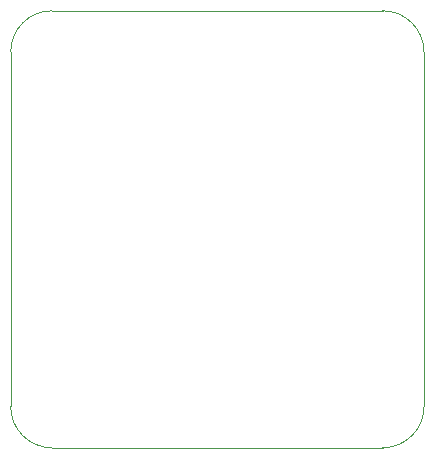
<source format=gm1>
%TF.GenerationSoftware,KiCad,Pcbnew,8.0.4*%
%TF.CreationDate,2024-08-07T00:27:04-04:00*%
%TF.ProjectId,esp32c3-wled,65737033-3263-4332-9d77-6c65642e6b69,rev?*%
%TF.SameCoordinates,Original*%
%TF.FileFunction,Profile,NP*%
%FSLAX46Y46*%
G04 Gerber Fmt 4.6, Leading zero omitted, Abs format (unit mm)*
G04 Created by KiCad (PCBNEW 8.0.4) date 2024-08-07 00:27:04*
%MOMM*%
%LPD*%
G01*
G04 APERTURE LIST*
%TA.AperFunction,Profile*%
%ADD10C,0.050000*%
%TD*%
G04 APERTURE END LIST*
D10*
X191500000Y-115000000D02*
G75*
G02*
X188000000Y-118500000I-3500000J0D01*
G01*
X188000000Y-118500000D02*
X160000000Y-118500000D01*
X191500000Y-85000000D02*
X191500000Y-115000000D01*
X156500000Y-115000000D02*
X156500000Y-85000000D01*
X156500000Y-85000000D02*
G75*
G02*
X160000000Y-81500000I3500000J0D01*
G01*
X160000000Y-81500000D02*
X188000000Y-81500000D01*
X160000000Y-118500000D02*
G75*
G02*
X156500000Y-115000000I0J3500000D01*
G01*
X188000000Y-81500000D02*
G75*
G02*
X191500000Y-85000000I0J-3500000D01*
G01*
M02*

</source>
